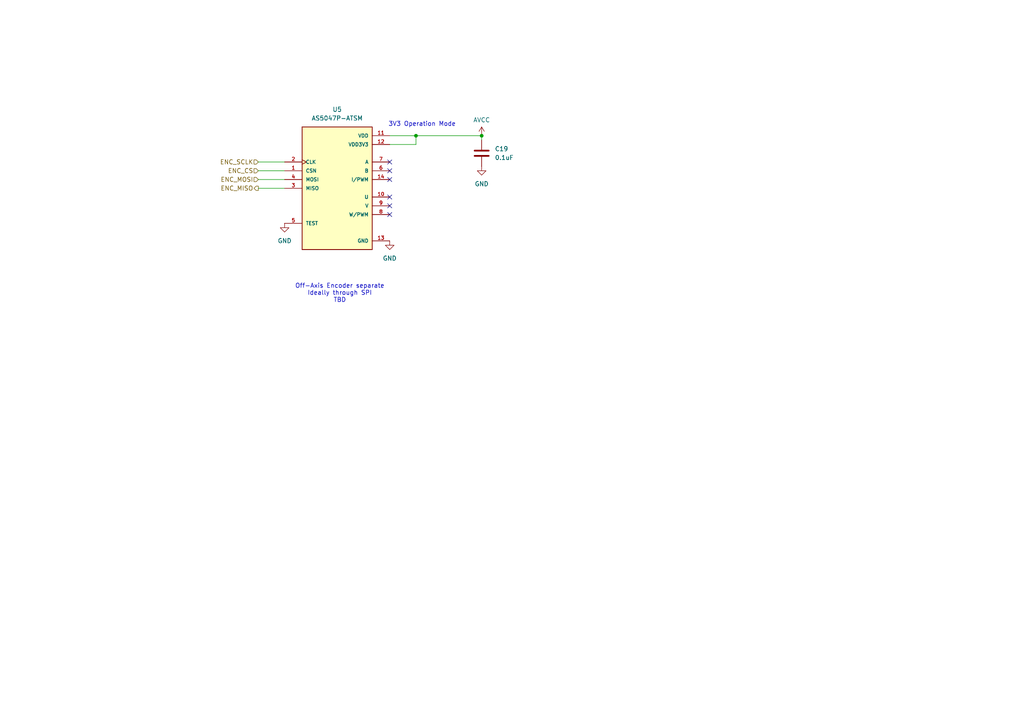
<source format=kicad_sch>
(kicad_sch (version 20231120) (generator "eeschema") (generator_version "8.0")
  (paper "A4")
  (lib_symbols
    (symbol "AS5047P-ATSM:AS5047P-ATSM" (pin_names (offset 1.016))
      (property "Reference" "U" (at -10.16 20.32 0))
      (property "Value" "AS5047P-ATSM" (at -10.16 -20.32 0))
      (symbol "AS5047P-ATSM_0_0"
        (rectangle (start -10.16 -17.78) (end 10.16 17.78) (stroke (width 0.254)) (fill (type background)))
        (pin input line (at -15.24 5.08 0) (length 5.08) (name "CSN") (number "1"))
        (pin output line (at 15.24 -2.54 180) (length 5.08) (name "U") (number "10"))
        (pin power_in line (at 15.24 15.24 180) (length 5.08) (name "VDD") (number "11"))
        (pin power_in line (at 15.24 12.7 180) (length 5.08) (name "VDD3V3") (number "12"))
        (pin power_in line (at 15.24 -15.24 180) (length 5.08) (name "GND") (number "13"))
        (pin output line (at 15.24 2.54 180) (length 5.08) (name "I/PWM") (number "14"))
        (pin input clock (at -15.24 7.62 0) (length 5.08) (name "CLK") (number "2"))
        (pin output line (at -15.24 0 0) (length 5.08) (name "MISO") (number "3"))
        (pin input line (at -15.24 2.54 0) (length 5.08) (name "MOSI") (number "4"))
        (pin passive line (at -15.24 -10.16 0) (length 5.08) (name "TEST") (number "5"))
        (pin output line (at 15.24 5.08 180) (length 5.08) (name "B") (number "6"))
        (pin output line (at 15.24 7.62 180) (length 5.08) (name "A") (number "7"))
        (pin output line (at 15.24 -7.62 180) (length 5.08) (name "W/PWM") (number "8"))
        (pin output line (at 15.24 -5.08 180) (length 5.08) (name "V") (number "9"))
      )
    )
    (symbol "Device:C" (pin_numbers hide) (pin_names (offset 0.254))
      (property "Reference" "C" (at 0.635 2.54 0))
      (property "Value" "C" (at 0.635 -2.54 0))
      (symbol "C_0_1"
        (polyline (pts (xy -2.032 -0.762) (xy 2.032 -0.762)) (stroke (width 0.508)))
        (polyline (pts (xy -2.032 0.762) (xy 2.032 0.762)) (stroke (width 0.508)))
      )
      (symbol "C_1_1"
        (pin passive line (at 0 3.81 270) (length 2.794) (name "~") (number "1"))
        (pin passive line (at 0 -3.81 90) (length 2.794) (name "~") (number "2"))
      )
    )
    (symbol "power:GND" (power) (pin_numbers hide) (pin_names (offset 0) hide)
      (property "Value" "GND" (at 0 -3.81 0))
      (symbol "GND_0_1"
        (polyline (pts (xy 0 0) (xy 0 -1.27) (xy 1.27 -1.27) (xy 0 -2.54) (xy -1.27 -1.27) (xy 0 -1.27)))
      )
      (symbol "GND_1_1"
        (pin power_in line (at 0 0 270) (length 0) (name "~") (number "1"))
      )
    )
    (symbol "power:VCC" (power) (pin_numbers hide) (pin_names (offset 0) hide)
      (property "Value" "VCC" (at 0 3.556 0))
      (symbol "VCC_0_1"
        (polyline (pts (xy -0.762 1.27) (xy 0 2.54)))
        (polyline (pts (xy 0 0) (xy 0 2.54)))
        (polyline (pts (xy 0 2.54) (xy 0.762 1.27)))
      )
      (symbol "VCC_1_1"
        (pin power_in line (at 0 0 90) (length 0) (name "~") (number "1"))
      )
    )
  )
  (junction (at 120.65 39.37))
  (junction (at 139.7 39.37))
  (no_connect (at 113.03 62.23))
  (no_connect (at 113.03 57.15))
  (no_connect (at 113.03 59.69))
  (no_connect (at 113.03 49.53))
  (no_connect (at 113.03 52.07))
  (no_connect (at 113.03 46.99))
  (wire (pts (xy 74.93 46.99) (xy 82.55 46.99)))
  (wire (pts (xy 113.03 41.91) (xy 120.65 41.91)))
  (wire (pts (xy 74.93 54.61) (xy 82.55 54.61)))
  (wire (pts (xy 113.03 39.37) (xy 120.65 39.37)))
  (wire (pts (xy 74.93 49.53) (xy 82.55 49.53)))
  (wire (pts (xy 139.7 39.37) (xy 139.7 40.64)))
  (wire (pts (xy 120.65 39.37) (xy 139.7 39.37)))
  (wire (pts (xy 120.65 41.91) (xy 120.65 39.37)))
  (wire (pts (xy 74.93 52.07) (xy 82.55 52.07)))
  (text "Off-Axis Encoder separate\nIdeally through SPI\nTBD" (at 98.552 85.09 0) (effects (font (size 1.27 1.27))))
  (text "3V3 Operation Mode" (at 122.428 36.83 0) (effects (font (size 1.27 1.27)) (justify bottom)))
  (hierarchical_label "ENC_MISO" (shape output) (at 74.93 54.61 180))
  (hierarchical_label "ENC_CS" (shape input) (at 74.93 49.53 180))
  (hierarchical_label "ENC_SCLK" (shape input) (at 74.93 46.99 180))
  (hierarchical_label "ENC_MOSI" (shape input) (at 74.93 52.07 180))
  (symbol (lib_id "power:GND") (at 139.7 48.26 0) (unit 1)
    (property "Reference" "#PWR021" (effects (hide yes)))
    (property "Value" "GND" (at 139.7 53.34 0))
    (property "Description" "Power symbol creates a global label with name \"GND\" , ground" (effects (hide yes)))
  )
  (symbol (lib_id "power:GND") (at 113.03 69.85 0) (unit 1)
    (property "Reference" "#PWR019" (effects (hide yes)))
    (property "Value" "GND" (at 113.03 74.93 0))
    (property "Description" "Power symbol creates a global label with name \"GND\" , ground" (effects (hide yes)))
  )
  (symbol (lib_id "power:VCC") (at 139.7 39.37 0) (unit 1)
    (property "Reference" "#PWR020" (effects (hide yes)))
    (property "Value" "AVCC" (at 139.7 34.798 0))
  )
  (symbol (lib_id "power:GND") (at 82.55 64.77 0) (unit 1)
    (property "Reference" "#PWR018" (effects (hide yes)))
    (property "Value" "GND" (at 82.55 69.85 0))
    (property "Description" "Power symbol creates a global label with name \"GND\" , ground" (effects (hide yes)))
  )
  (symbol (lib_id "AS5047P-ATSM:AS5047P-ATSM") (at 97.79 54.61 0) (unit 1)
    (property "Reference" "U5" (at 97.79 31.75 0))
    (property "Value" "AS5047P-ATSM" (at 97.79 34.29 0))
    (property "Footprint" "AMS:SOP65P640X120-14N" (effects (hide yes)))
    (property "MF" "ams" (effects (hide yes)))
    (property "Description_1" "\nRotary Encoder Magnetic Programmable PWM -\n" (effects (hide yes)))
    (property "Package" "TSSOP-14 ams" (effects (hide yes)))
    (property "Price" "None" (effects (hide yes)))
    (property "Check_prices" "https://www.snapeda.com/parts/AS5047P-ATSM/ams/view-part/?ref=eda" (effects (hide yes)))
    (property "STANDARD" "IPC 7351B" (effects (hide yes)))
    (property "PARTREV" "1-01" (effects (hide yes)))
    (property "SnapEDA_Link" "https://www.snapeda.com/parts/AS5047P-ATSM/ams/view-part/?ref=snap" (effects (hide yes)))
    (property "MP" "AS5047P-ATSM" (effects (hide yes)))
    (property "Purchase-URL" "https://www.snapeda.com/api/url_track_click_mouser/?unipart_id=602819&manufacturer=ams&part_name=AS5047P-ATSM&search_term=None" (effects (hide yes)))
    (property "Availability" "In Stock" (effects (hide yes)))
    (property "MANUFACTURER" "AMS" (effects (hide yes)))
    (property "LCSC Part #" "C962063" (effects (hide yes)))
  )
  (symbol (lib_id "Device:C") (at 139.7 44.45 0) (unit 1)
    (property "Reference" "C19" (at 143.51 43.1799 0) (effects (justify left)))
    (property "Value" "0.1uF" (at 143.51 45.7199 0) (effects (justify left)))
    (property "Footprint" "Capacitor_SMD:C_0402_1005Metric" (effects (hide yes)))
    (property "Description" "Unpolarized capacitor" (effects (hide yes)))
    (property "LCSC Part #" "C513772" (effects (hide yes)))
  )
)
</source>
